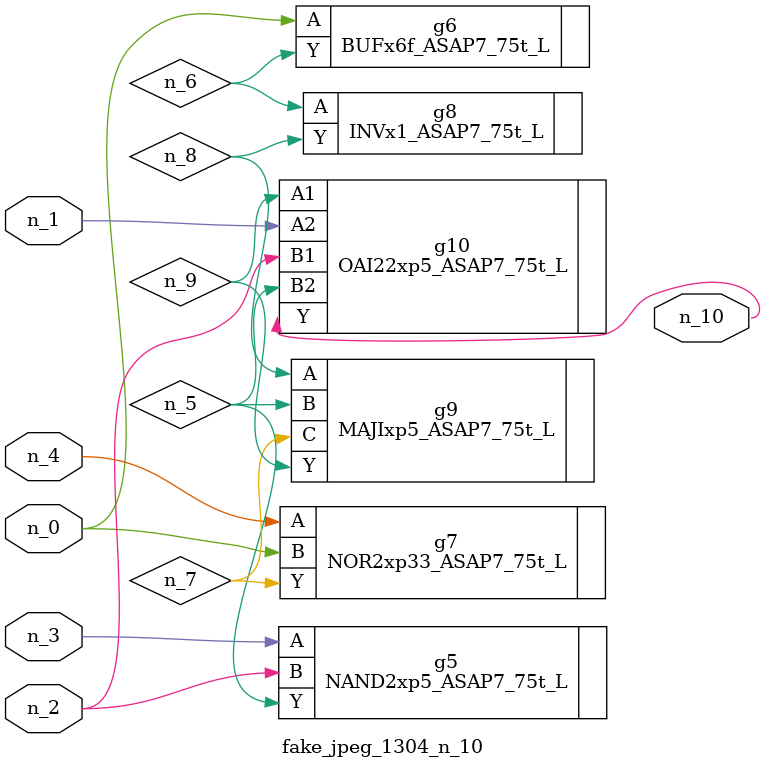
<source format=v>
module fake_jpeg_1304_n_10 (n_3, n_2, n_1, n_0, n_4, n_10);

input n_3;
input n_2;
input n_1;
input n_0;
input n_4;

output n_10;

wire n_8;
wire n_9;
wire n_6;
wire n_5;
wire n_7;

NAND2xp5_ASAP7_75t_L g5 ( 
.A(n_3),
.B(n_2),
.Y(n_5)
);

BUFx6f_ASAP7_75t_L g6 ( 
.A(n_0),
.Y(n_6)
);

NOR2xp33_ASAP7_75t_L g7 ( 
.A(n_4),
.B(n_0),
.Y(n_7)
);

INVx1_ASAP7_75t_L g8 ( 
.A(n_6),
.Y(n_8)
);

MAJIxp5_ASAP7_75t_L g9 ( 
.A(n_8),
.B(n_5),
.C(n_7),
.Y(n_9)
);

OAI22xp5_ASAP7_75t_L g10 ( 
.A1(n_9),
.A2(n_1),
.B1(n_2),
.B2(n_5),
.Y(n_10)
);


endmodule
</source>
